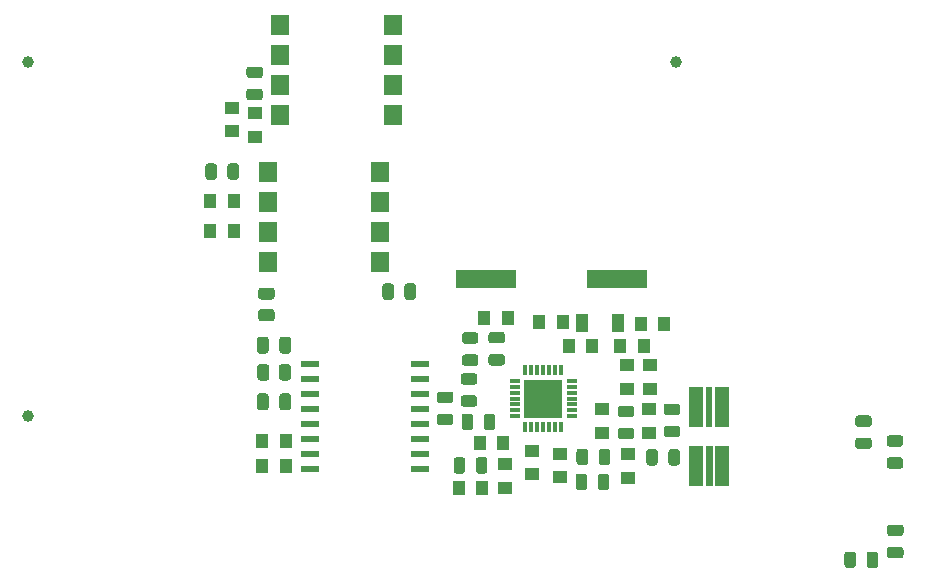
<source format=gbr>
G04 #@! TF.GenerationSoftware,KiCad,Pcbnew,(5.1.9)-1*
G04 #@! TF.CreationDate,2022-09-19T13:39:08+02:00*
G04 #@! TF.ProjectId,Zusatzplatine,5a757361-747a-4706-9c61-74696e652e6b,1.0*
G04 #@! TF.SameCoordinates,Original*
G04 #@! TF.FileFunction,Paste,Top*
G04 #@! TF.FilePolarity,Positive*
%FSLAX46Y46*%
G04 Gerber Fmt 4.6, Leading zero omitted, Abs format (unit mm)*
G04 Created by KiCad (PCBNEW (5.1.9)-1) date 2022-09-19 13:39:08*
%MOMM*%
%LPD*%
G01*
G04 APERTURE LIST*
%ADD10C,1.000000*%
%ADD11R,1.000000X1.250000*%
%ADD12R,1.250000X1.000000*%
%ADD13R,5.175000X1.600000*%
%ADD14R,0.250000X0.500000*%
%ADD15R,1.000000X1.000000*%
%ADD16R,0.304800X0.812800*%
%ADD17R,0.812800X0.304800*%
%ADD18R,3.302000X3.302000*%
%ADD19R,1.500000X0.600000*%
%ADD20R,1.500000X1.780000*%
%ADD21R,1.000000X1.600000*%
%ADD22C,0.200000*%
%ADD23R,0.600000X3.400000*%
%ADD24R,1.200000X3.400000*%
G04 APERTURE END LIST*
D10*
X68580000Y-109220000D03*
X123444000Y-79248000D03*
X68580000Y-79248000D03*
G36*
G01*
X89200002Y-99350000D02*
X88299998Y-99350000D01*
G75*
G02*
X88050000Y-99100002I0J249998D01*
G01*
X88050000Y-98574998D01*
G75*
G02*
X88299998Y-98325000I249998J0D01*
G01*
X89200002Y-98325000D01*
G75*
G02*
X89450000Y-98574998I0J-249998D01*
G01*
X89450000Y-99100002D01*
G75*
G02*
X89200002Y-99350000I-249998J0D01*
G01*
G37*
G36*
G01*
X89200002Y-101175000D02*
X88299998Y-101175000D01*
G75*
G02*
X88050000Y-100925002I0J249998D01*
G01*
X88050000Y-100399998D01*
G75*
G02*
X88299998Y-100150000I249998J0D01*
G01*
X89200002Y-100150000D01*
G75*
G02*
X89450000Y-100399998I0J-249998D01*
G01*
X89450000Y-100925002D01*
G75*
G02*
X89200002Y-101175000I-249998J0D01*
G01*
G37*
G36*
G01*
X89850000Y-108475000D02*
X89850000Y-107525000D01*
G75*
G02*
X90100000Y-107275000I250000J0D01*
G01*
X90600000Y-107275000D01*
G75*
G02*
X90850000Y-107525000I0J-250000D01*
G01*
X90850000Y-108475000D01*
G75*
G02*
X90600000Y-108725000I-250000J0D01*
G01*
X90100000Y-108725000D01*
G75*
G02*
X89850000Y-108475000I0J250000D01*
G01*
G37*
G36*
G01*
X87950000Y-108475000D02*
X87950000Y-107525000D01*
G75*
G02*
X88200000Y-107275000I250000J0D01*
G01*
X88700000Y-107275000D01*
G75*
G02*
X88950000Y-107525000I0J-250000D01*
G01*
X88950000Y-108475000D01*
G75*
G02*
X88700000Y-108725000I-250000J0D01*
G01*
X88200000Y-108725000D01*
G75*
G02*
X87950000Y-108475000I0J250000D01*
G01*
G37*
G36*
G01*
X88950000Y-102725000D02*
X88950000Y-103675000D01*
G75*
G02*
X88700000Y-103925000I-250000J0D01*
G01*
X88200000Y-103925000D01*
G75*
G02*
X87950000Y-103675000I0J250000D01*
G01*
X87950000Y-102725000D01*
G75*
G02*
X88200000Y-102475000I250000J0D01*
G01*
X88700000Y-102475000D01*
G75*
G02*
X88950000Y-102725000I0J-250000D01*
G01*
G37*
G36*
G01*
X90850000Y-102725000D02*
X90850000Y-103675000D01*
G75*
G02*
X90600000Y-103925000I-250000J0D01*
G01*
X90100000Y-103925000D01*
G75*
G02*
X89850000Y-103675000I0J250000D01*
G01*
X89850000Y-102725000D01*
G75*
G02*
X90100000Y-102475000I250000J0D01*
G01*
X90600000Y-102475000D01*
G75*
G02*
X90850000Y-102725000I0J-250000D01*
G01*
G37*
G36*
G01*
X89000000Y-105049998D02*
X89000000Y-105950002D01*
G75*
G02*
X88750002Y-106200000I-249998J0D01*
G01*
X88224998Y-106200000D01*
G75*
G02*
X87975000Y-105950002I0J249998D01*
G01*
X87975000Y-105049998D01*
G75*
G02*
X88224998Y-104800000I249998J0D01*
G01*
X88750002Y-104800000D01*
G75*
G02*
X89000000Y-105049998I0J-249998D01*
G01*
G37*
G36*
G01*
X90825000Y-105049998D02*
X90825000Y-105950002D01*
G75*
G02*
X90575002Y-106200000I-249998J0D01*
G01*
X90049998Y-106200000D01*
G75*
G02*
X89800000Y-105950002I0J249998D01*
G01*
X89800000Y-105049998D01*
G75*
G02*
X90049998Y-104800000I249998J0D01*
G01*
X90575002Y-104800000D01*
G75*
G02*
X90825000Y-105049998I0J-249998D01*
G01*
G37*
D11*
X90400000Y-111300000D03*
X88400000Y-111300000D03*
X86000000Y-93500000D03*
X84000000Y-93500000D03*
D12*
X85840000Y-83095000D03*
X85840000Y-85095000D03*
D13*
X107355000Y-97615000D03*
X118430000Y-97615000D03*
D14*
X113190000Y-105225000D03*
D15*
X113190000Y-107305000D03*
G36*
G01*
X88216250Y-80590000D02*
X87303750Y-80590000D01*
G75*
G02*
X87060000Y-80346250I0J243750D01*
G01*
X87060000Y-79858750D01*
G75*
G02*
X87303750Y-79615000I243750J0D01*
G01*
X88216250Y-79615000D01*
G75*
G02*
X88460000Y-79858750I0J-243750D01*
G01*
X88460000Y-80346250D01*
G75*
G02*
X88216250Y-80590000I-243750J0D01*
G01*
G37*
G36*
G01*
X88216250Y-82465000D02*
X87303750Y-82465000D01*
G75*
G02*
X87060000Y-82221250I0J243750D01*
G01*
X87060000Y-81733750D01*
G75*
G02*
X87303750Y-81490000I243750J0D01*
G01*
X88216250Y-81490000D01*
G75*
G02*
X88460000Y-81733750I0J-243750D01*
G01*
X88460000Y-82221250D01*
G75*
G02*
X88216250Y-82465000I-243750J0D01*
G01*
G37*
G36*
G01*
X138848750Y-109152500D02*
X139761250Y-109152500D01*
G75*
G02*
X140005000Y-109396250I0J-243750D01*
G01*
X140005000Y-109883750D01*
G75*
G02*
X139761250Y-110127500I-243750J0D01*
G01*
X138848750Y-110127500D01*
G75*
G02*
X138605000Y-109883750I0J243750D01*
G01*
X138605000Y-109396250D01*
G75*
G02*
X138848750Y-109152500I243750J0D01*
G01*
G37*
G36*
G01*
X138848750Y-111027500D02*
X139761250Y-111027500D01*
G75*
G02*
X140005000Y-111271250I0J-243750D01*
G01*
X140005000Y-111758750D01*
G75*
G02*
X139761250Y-112002500I-243750J0D01*
G01*
X138848750Y-112002500D01*
G75*
G02*
X138605000Y-111758750I0J243750D01*
G01*
X138605000Y-111271250D01*
G75*
G02*
X138848750Y-111027500I243750J0D01*
G01*
G37*
G36*
G01*
X141508750Y-112700000D02*
X142421250Y-112700000D01*
G75*
G02*
X142665000Y-112943750I0J-243750D01*
G01*
X142665000Y-113431250D01*
G75*
G02*
X142421250Y-113675000I-243750J0D01*
G01*
X141508750Y-113675000D01*
G75*
G02*
X141265000Y-113431250I0J243750D01*
G01*
X141265000Y-112943750D01*
G75*
G02*
X141508750Y-112700000I243750J0D01*
G01*
G37*
G36*
G01*
X141508750Y-110825000D02*
X142421250Y-110825000D01*
G75*
G02*
X142665000Y-111068750I0J-243750D01*
G01*
X142665000Y-111556250D01*
G75*
G02*
X142421250Y-111800000I-243750J0D01*
G01*
X141508750Y-111800000D01*
G75*
G02*
X141265000Y-111556250I0J243750D01*
G01*
X141265000Y-111068750D01*
G75*
G02*
X141508750Y-110825000I243750J0D01*
G01*
G37*
D16*
X110685000Y-110120300D03*
X111184999Y-110120300D03*
X111685001Y-110120300D03*
X112185000Y-110120300D03*
X112684999Y-110120300D03*
X113185001Y-110120300D03*
X113685000Y-110120300D03*
D17*
X114585300Y-109220000D03*
X114585300Y-108720001D03*
X114585300Y-108219999D03*
X114585300Y-107720000D03*
X114585300Y-107220001D03*
X114585300Y-106719999D03*
X114585300Y-106220000D03*
D16*
X113685000Y-105319700D03*
X113185001Y-105319700D03*
X112684999Y-105319700D03*
X112185000Y-105319700D03*
X111685001Y-105319700D03*
X111184999Y-105319700D03*
X110685000Y-105319700D03*
D17*
X109784700Y-106220000D03*
X109784700Y-106719999D03*
X109784700Y-107220001D03*
X109784700Y-107720000D03*
X109784700Y-108219999D03*
X109784700Y-108720001D03*
X109784700Y-109220000D03*
D18*
X112185000Y-107720000D03*
D19*
X92445000Y-113650000D03*
X92445000Y-112380000D03*
X92445000Y-111110000D03*
X92445000Y-109840000D03*
X92445000Y-108570000D03*
X92445000Y-107300000D03*
X92445000Y-106030000D03*
X92445000Y-104760000D03*
X101745000Y-104760000D03*
X101745000Y-106030000D03*
X101745000Y-107300000D03*
X101745000Y-108570000D03*
X101745000Y-109840000D03*
X101745000Y-111110000D03*
X101745000Y-112380000D03*
X101745000Y-113650000D03*
D11*
X106815000Y-111520000D03*
X108815000Y-111520000D03*
X120695000Y-103250000D03*
X118695000Y-103250000D03*
X116360000Y-103250000D03*
X114360000Y-103250000D03*
X120445000Y-101375000D03*
X122445000Y-101375000D03*
D12*
X117190000Y-108595000D03*
X117190000Y-110595000D03*
X121250000Y-106910000D03*
X121250000Y-104910000D03*
X121115000Y-110610000D03*
X121115000Y-108610000D03*
X111255000Y-114135000D03*
X111255000Y-112135000D03*
D11*
X111870000Y-101265000D03*
X113870000Y-101265000D03*
X109180000Y-100870000D03*
X107180000Y-100870000D03*
D12*
X119260000Y-104910000D03*
X119260000Y-106910000D03*
X108915000Y-113275000D03*
X108915000Y-115275000D03*
D11*
X107020000Y-115270000D03*
X105020000Y-115270000D03*
X90400000Y-113400000D03*
X88400000Y-113400000D03*
D12*
X87750000Y-85550000D03*
X87750000Y-83550000D03*
D20*
X89920000Y-83685000D03*
X99450000Y-76065000D03*
X89920000Y-81145000D03*
X99450000Y-78605000D03*
X89920000Y-78605000D03*
X99450000Y-81145000D03*
X89920000Y-76065000D03*
X99450000Y-83685000D03*
X88865000Y-96175000D03*
X98395000Y-88555000D03*
X88865000Y-93635000D03*
X98395000Y-91095000D03*
X88865000Y-91095000D03*
X98395000Y-93635000D03*
X88865000Y-88555000D03*
X98395000Y-96175000D03*
G36*
G01*
X105443750Y-105575000D02*
X106356250Y-105575000D01*
G75*
G02*
X106600000Y-105818750I0J-243750D01*
G01*
X106600000Y-106306250D01*
G75*
G02*
X106356250Y-106550000I-243750J0D01*
G01*
X105443750Y-106550000D01*
G75*
G02*
X105200000Y-106306250I0J243750D01*
G01*
X105200000Y-105818750D01*
G75*
G02*
X105443750Y-105575000I243750J0D01*
G01*
G37*
G36*
G01*
X105443750Y-107450000D02*
X106356250Y-107450000D01*
G75*
G02*
X106600000Y-107693750I0J-243750D01*
G01*
X106600000Y-108181250D01*
G75*
G02*
X106356250Y-108425000I-243750J0D01*
G01*
X105443750Y-108425000D01*
G75*
G02*
X105200000Y-108181250I0J243750D01*
G01*
X105200000Y-107693750D01*
G75*
G02*
X105443750Y-107450000I243750J0D01*
G01*
G37*
G36*
G01*
X141538750Y-118395000D02*
X142451250Y-118395000D01*
G75*
G02*
X142695000Y-118638750I0J-243750D01*
G01*
X142695000Y-119126250D01*
G75*
G02*
X142451250Y-119370000I-243750J0D01*
G01*
X141538750Y-119370000D01*
G75*
G02*
X141295000Y-119126250I0J243750D01*
G01*
X141295000Y-118638750D01*
G75*
G02*
X141538750Y-118395000I243750J0D01*
G01*
G37*
G36*
G01*
X141538750Y-120270000D02*
X142451250Y-120270000D01*
G75*
G02*
X142695000Y-120513750I0J-243750D01*
G01*
X142695000Y-121001250D01*
G75*
G02*
X142451250Y-121245000I-243750J0D01*
G01*
X141538750Y-121245000D01*
G75*
G02*
X141295000Y-121001250I0J243750D01*
G01*
X141295000Y-120513750D01*
G75*
G02*
X141538750Y-120270000I243750J0D01*
G01*
G37*
G36*
G01*
X114932500Y-115231250D02*
X114932500Y-114318750D01*
G75*
G02*
X115176250Y-114075000I243750J0D01*
G01*
X115663750Y-114075000D01*
G75*
G02*
X115907500Y-114318750I0J-243750D01*
G01*
X115907500Y-115231250D01*
G75*
G02*
X115663750Y-115475000I-243750J0D01*
G01*
X115176250Y-115475000D01*
G75*
G02*
X114932500Y-115231250I0J243750D01*
G01*
G37*
G36*
G01*
X116807500Y-115231250D02*
X116807500Y-114318750D01*
G75*
G02*
X117051250Y-114075000I243750J0D01*
G01*
X117538750Y-114075000D01*
G75*
G02*
X117782500Y-114318750I0J-243750D01*
G01*
X117782500Y-115231250D01*
G75*
G02*
X117538750Y-115475000I-243750J0D01*
G01*
X117051250Y-115475000D01*
G75*
G02*
X116807500Y-115231250I0J243750D01*
G01*
G37*
G36*
G01*
X120910000Y-113151250D02*
X120910000Y-112238750D01*
G75*
G02*
X121153750Y-111995000I243750J0D01*
G01*
X121641250Y-111995000D01*
G75*
G02*
X121885000Y-112238750I0J-243750D01*
G01*
X121885000Y-113151250D01*
G75*
G02*
X121641250Y-113395000I-243750J0D01*
G01*
X121153750Y-113395000D01*
G75*
G02*
X120910000Y-113151250I0J243750D01*
G01*
G37*
G36*
G01*
X122785000Y-113151250D02*
X122785000Y-112238750D01*
G75*
G02*
X123028750Y-111995000I243750J0D01*
G01*
X123516250Y-111995000D01*
G75*
G02*
X123760000Y-112238750I0J-243750D01*
G01*
X123760000Y-113151250D01*
G75*
G02*
X123516250Y-113395000I-243750J0D01*
G01*
X123028750Y-113395000D01*
G75*
G02*
X122785000Y-113151250I0J243750D01*
G01*
G37*
G36*
G01*
X122618750Y-108145000D02*
X123531250Y-108145000D01*
G75*
G02*
X123775000Y-108388750I0J-243750D01*
G01*
X123775000Y-108876250D01*
G75*
G02*
X123531250Y-109120000I-243750J0D01*
G01*
X122618750Y-109120000D01*
G75*
G02*
X122375000Y-108876250I0J243750D01*
G01*
X122375000Y-108388750D01*
G75*
G02*
X122618750Y-108145000I243750J0D01*
G01*
G37*
G36*
G01*
X122618750Y-110020000D02*
X123531250Y-110020000D01*
G75*
G02*
X123775000Y-110263750I0J-243750D01*
G01*
X123775000Y-110751250D01*
G75*
G02*
X123531250Y-110995000I-243750J0D01*
G01*
X122618750Y-110995000D01*
G75*
G02*
X122375000Y-110751250I0J243750D01*
G01*
X122375000Y-110263750D01*
G75*
G02*
X122618750Y-110020000I243750J0D01*
G01*
G37*
G36*
G01*
X115980000Y-112208750D02*
X115980000Y-113121250D01*
G75*
G02*
X115736250Y-113365000I-243750J0D01*
G01*
X115248750Y-113365000D01*
G75*
G02*
X115005000Y-113121250I0J243750D01*
G01*
X115005000Y-112208750D01*
G75*
G02*
X115248750Y-111965000I243750J0D01*
G01*
X115736250Y-111965000D01*
G75*
G02*
X115980000Y-112208750I0J-243750D01*
G01*
G37*
G36*
G01*
X117855000Y-112208750D02*
X117855000Y-113121250D01*
G75*
G02*
X117611250Y-113365000I-243750J0D01*
G01*
X117123750Y-113365000D01*
G75*
G02*
X116880000Y-113121250I0J243750D01*
G01*
X116880000Y-112208750D01*
G75*
G02*
X117123750Y-111965000I243750J0D01*
G01*
X117611250Y-111965000D01*
G75*
G02*
X117855000Y-112208750I0J-243750D01*
G01*
G37*
G36*
G01*
X105585000Y-112918750D02*
X105585000Y-113831250D01*
G75*
G02*
X105341250Y-114075000I-243750J0D01*
G01*
X104853750Y-114075000D01*
G75*
G02*
X104610000Y-113831250I0J243750D01*
G01*
X104610000Y-112918750D01*
G75*
G02*
X104853750Y-112675000I243750J0D01*
G01*
X105341250Y-112675000D01*
G75*
G02*
X105585000Y-112918750I0J-243750D01*
G01*
G37*
G36*
G01*
X107460000Y-112918750D02*
X107460000Y-113831250D01*
G75*
G02*
X107216250Y-114075000I-243750J0D01*
G01*
X106728750Y-114075000D01*
G75*
G02*
X106485000Y-113831250I0J243750D01*
G01*
X106485000Y-112918750D01*
G75*
G02*
X106728750Y-112675000I243750J0D01*
G01*
X107216250Y-112675000D01*
G75*
G02*
X107460000Y-112918750I0J-243750D01*
G01*
G37*
G36*
G01*
X108706250Y-104925000D02*
X107793750Y-104925000D01*
G75*
G02*
X107550000Y-104681250I0J243750D01*
G01*
X107550000Y-104193750D01*
G75*
G02*
X107793750Y-103950000I243750J0D01*
G01*
X108706250Y-103950000D01*
G75*
G02*
X108950000Y-104193750I0J-243750D01*
G01*
X108950000Y-104681250D01*
G75*
G02*
X108706250Y-104925000I-243750J0D01*
G01*
G37*
G36*
G01*
X108706250Y-103050000D02*
X107793750Y-103050000D01*
G75*
G02*
X107550000Y-102806250I0J243750D01*
G01*
X107550000Y-102318750D01*
G75*
G02*
X107793750Y-102075000I243750J0D01*
G01*
X108706250Y-102075000D01*
G75*
G02*
X108950000Y-102318750I0J-243750D01*
G01*
X108950000Y-102806250D01*
G75*
G02*
X108706250Y-103050000I-243750J0D01*
G01*
G37*
G36*
G01*
X104336250Y-108107500D02*
X103423750Y-108107500D01*
G75*
G02*
X103180000Y-107863750I0J243750D01*
G01*
X103180000Y-107376250D01*
G75*
G02*
X103423750Y-107132500I243750J0D01*
G01*
X104336250Y-107132500D01*
G75*
G02*
X104580000Y-107376250I0J-243750D01*
G01*
X104580000Y-107863750D01*
G75*
G02*
X104336250Y-108107500I-243750J0D01*
G01*
G37*
G36*
G01*
X104336250Y-109982500D02*
X103423750Y-109982500D01*
G75*
G02*
X103180000Y-109738750I0J243750D01*
G01*
X103180000Y-109251250D01*
G75*
G02*
X103423750Y-109007500I243750J0D01*
G01*
X104336250Y-109007500D01*
G75*
G02*
X104580000Y-109251250I0J-243750D01*
G01*
X104580000Y-109738750D01*
G75*
G02*
X104336250Y-109982500I-243750J0D01*
G01*
G37*
G36*
G01*
X105543750Y-102112500D02*
X106456250Y-102112500D01*
G75*
G02*
X106700000Y-102356250I0J-243750D01*
G01*
X106700000Y-102843750D01*
G75*
G02*
X106456250Y-103087500I-243750J0D01*
G01*
X105543750Y-103087500D01*
G75*
G02*
X105300000Y-102843750I0J243750D01*
G01*
X105300000Y-102356250D01*
G75*
G02*
X105543750Y-102112500I243750J0D01*
G01*
G37*
G36*
G01*
X105543750Y-103987500D02*
X106456250Y-103987500D01*
G75*
G02*
X106700000Y-104231250I0J-243750D01*
G01*
X106700000Y-104718750D01*
G75*
G02*
X106456250Y-104962500I-243750J0D01*
G01*
X105543750Y-104962500D01*
G75*
G02*
X105300000Y-104718750I0J243750D01*
G01*
X105300000Y-104231250D01*
G75*
G02*
X105543750Y-103987500I243750J0D01*
G01*
G37*
G36*
G01*
X107150000Y-110156250D02*
X107150000Y-109243750D01*
G75*
G02*
X107393750Y-109000000I243750J0D01*
G01*
X107881250Y-109000000D01*
G75*
G02*
X108125000Y-109243750I0J-243750D01*
G01*
X108125000Y-110156250D01*
G75*
G02*
X107881250Y-110400000I-243750J0D01*
G01*
X107393750Y-110400000D01*
G75*
G02*
X107150000Y-110156250I0J243750D01*
G01*
G37*
G36*
G01*
X105275000Y-110156250D02*
X105275000Y-109243750D01*
G75*
G02*
X105518750Y-109000000I243750J0D01*
G01*
X106006250Y-109000000D01*
G75*
G02*
X106250000Y-109243750I0J-243750D01*
G01*
X106250000Y-110156250D01*
G75*
G02*
X106006250Y-110400000I-243750J0D01*
G01*
X105518750Y-110400000D01*
G75*
G02*
X105275000Y-110156250I0J243750D01*
G01*
G37*
G36*
G01*
X119651250Y-109300000D02*
X118738750Y-109300000D01*
G75*
G02*
X118495000Y-109056250I0J243750D01*
G01*
X118495000Y-108568750D01*
G75*
G02*
X118738750Y-108325000I243750J0D01*
G01*
X119651250Y-108325000D01*
G75*
G02*
X119895000Y-108568750I0J-243750D01*
G01*
X119895000Y-109056250D01*
G75*
G02*
X119651250Y-109300000I-243750J0D01*
G01*
G37*
G36*
G01*
X119651250Y-111175000D02*
X118738750Y-111175000D01*
G75*
G02*
X118495000Y-110931250I0J243750D01*
G01*
X118495000Y-110443750D01*
G75*
G02*
X118738750Y-110200000I243750J0D01*
G01*
X119651250Y-110200000D01*
G75*
G02*
X119895000Y-110443750I0J-243750D01*
G01*
X119895000Y-110931250D01*
G75*
G02*
X119651250Y-111175000I-243750J0D01*
G01*
G37*
D11*
X84000000Y-91000000D03*
X86000000Y-91000000D03*
G36*
G01*
X101415000Y-98208750D02*
X101415000Y-99121250D01*
G75*
G02*
X101171250Y-99365000I-243750J0D01*
G01*
X100683750Y-99365000D01*
G75*
G02*
X100440000Y-99121250I0J243750D01*
G01*
X100440000Y-98208750D01*
G75*
G02*
X100683750Y-97965000I243750J0D01*
G01*
X101171250Y-97965000D01*
G75*
G02*
X101415000Y-98208750I0J-243750D01*
G01*
G37*
G36*
G01*
X99540000Y-98208750D02*
X99540000Y-99121250D01*
G75*
G02*
X99296250Y-99365000I-243750J0D01*
G01*
X98808750Y-99365000D01*
G75*
G02*
X98565000Y-99121250I0J243750D01*
G01*
X98565000Y-98208750D01*
G75*
G02*
X98808750Y-97965000I243750J0D01*
G01*
X99296250Y-97965000D01*
G75*
G02*
X99540000Y-98208750I0J-243750D01*
G01*
G37*
G36*
G01*
X86425000Y-88043750D02*
X86425000Y-88956250D01*
G75*
G02*
X86181250Y-89200000I-243750J0D01*
G01*
X85693750Y-89200000D01*
G75*
G02*
X85450000Y-88956250I0J243750D01*
G01*
X85450000Y-88043750D01*
G75*
G02*
X85693750Y-87800000I243750J0D01*
G01*
X86181250Y-87800000D01*
G75*
G02*
X86425000Y-88043750I0J-243750D01*
G01*
G37*
G36*
G01*
X84550000Y-88043750D02*
X84550000Y-88956250D01*
G75*
G02*
X84306250Y-89200000I-243750J0D01*
G01*
X83818750Y-89200000D01*
G75*
G02*
X83575000Y-88956250I0J243750D01*
G01*
X83575000Y-88043750D01*
G75*
G02*
X83818750Y-87800000I243750J0D01*
G01*
X84306250Y-87800000D01*
G75*
G02*
X84550000Y-88043750I0J-243750D01*
G01*
G37*
D12*
X119330000Y-114405000D03*
X119330000Y-112405000D03*
D21*
X115480000Y-101300000D03*
X118480000Y-101300000D03*
D12*
X113570000Y-112375000D03*
X113570000Y-114375000D03*
G36*
G01*
X138665000Y-120918750D02*
X138665000Y-121831250D01*
G75*
G02*
X138421250Y-122075000I-243750J0D01*
G01*
X137933750Y-122075000D01*
G75*
G02*
X137690000Y-121831250I0J243750D01*
G01*
X137690000Y-120918750D01*
G75*
G02*
X137933750Y-120675000I243750J0D01*
G01*
X138421250Y-120675000D01*
G75*
G02*
X138665000Y-120918750I0J-243750D01*
G01*
G37*
G36*
G01*
X140540000Y-120918750D02*
X140540000Y-121831250D01*
G75*
G02*
X140296250Y-122075000I-243750J0D01*
G01*
X139808750Y-122075000D01*
G75*
G02*
X139565000Y-121831250I0J243750D01*
G01*
X139565000Y-120918750D01*
G75*
G02*
X139808750Y-120675000I243750J0D01*
G01*
X140296250Y-120675000D01*
G75*
G02*
X140540000Y-120918750I0J-243750D01*
G01*
G37*
D22*
G36*
X126540000Y-111705000D02*
G01*
X126540000Y-115105000D01*
X125940000Y-115105000D01*
X125940000Y-111705000D01*
X126540000Y-111705000D01*
G37*
D23*
X126240000Y-108405000D03*
D24*
X127340000Y-113405000D03*
X125140000Y-113405000D03*
X125140000Y-108405000D03*
X127340000Y-108405000D03*
M02*

</source>
